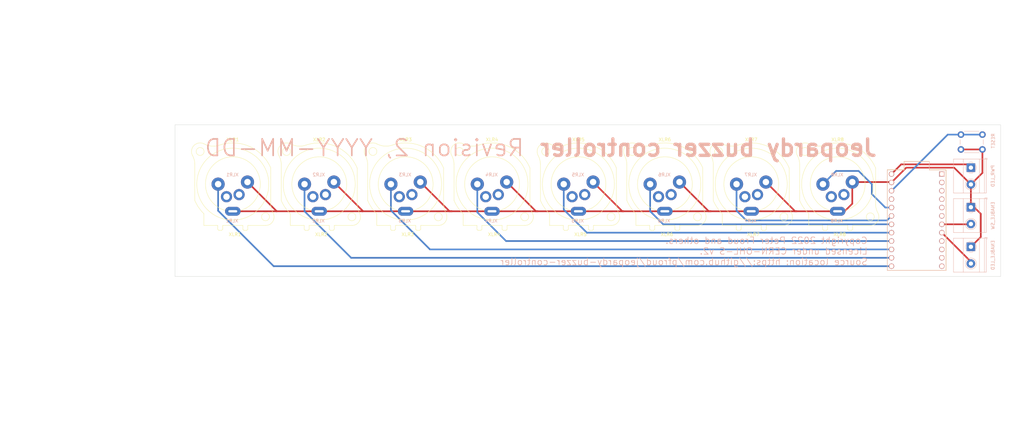
<source format=kicad_pcb>
(kicad_pcb (version 20211014) (generator pcbnew)
  (title_block (title "Jeopardy buzzer controller"))
  (layers (0 "F.Cu" signal) (31 "B.Cu" signal) (34 "B.Paste" user) (35 "F.Paste" user) (36 "B.SilkS" user "B.Silkscreen") (37 "F.SilkS" user "F.Silkscreen") (38 "B.Mask" user) (39 "F.Mask" user) (44 "Edge.Cuts" user))
  (net 0 "")
  (net 2 "GND")
  (net 4 "Net-(J11-Pad2)")
  (net 5 "Net-(J12-Pad2)")
  (net 6 "Net-(J13-Pad1)")
  (net 7 "Net-(SW1-Pad1)")
  (net 15 "/XLR1")
  (net 16 "/XLR2")
  (net 17 "/XLR3")
  (net 18 "/XLR4")
  (net 19 "/XLR5")
  (net 20 "/XLR6")
  (net 21 "/XLR7")
  (net 22 "/XLR8")
  (footprint "custom_xlr_footprint:Jack_XLR_Neutrik_NC4MBV_Vertical_with_bigger_holes" (layer "F.Cu") (at 158.541849 127)
    (fp_text reference "XLR4" (at 4.445 -13.5) (layer "F.SilkS"))
    (fp_text value "XLR4" hide)
    (fp_text user "${REFERENCE}" (at 4.313021 -2.857106 unlocked) (layer "B.SilkS") (effects (justify mirror)))
    (fp_text user "${REFERENCE}" (at 4.221702 11.114723 unlocked) (layer "B.SilkS") (effects (justify mirror)))
    (fp_text user "${REFERENCE}" (at 5.08 15.24 unlocked) (layer "F.SilkS"))
    (fp_line (start 15.94 6.18) (end 15.94 -4.9) (layer "F.SilkS") (width 0.12))
    (fp_line (start 1.09 14) (end 0.19 14) (layer "F.SilkS") (width 0.12))
    (fp_line (start -4.3 12.5) (end -4.3 8.98) (layer "F.SilkS") (width 0.12))
    (fp_line (start 9 13.7) (end 8.7 14) (layer "F.SilkS") (width 0.12))
    (fp_line (start -0.11 12.5) (end -0.11 13.7) (layer "F.SilkS") (width 0.12))
    (fp_line (start 14.45 12.5) (end 9 12.5) (layer "F.SilkS") (width 0.12))
    (fp_line (start 1.39 12.5) (end 1.39 13.7) (layer "F.SilkS") (width 0.12))
    (fp_line (start 7.5 12.5) (end 7.5 13.7) (layer "F.SilkS") (width 0.12))
    (fp_line (start 7.5 12.5) (end 1.39 12.5) (layer "F.SilkS") (width 0.12))
    (fp_line (start 7.5 13.7) (end 7.8 14) (layer "F.SilkS") (width 0.12))
    (fp_line (start 7.8 14) (end 8.7 14) (layer "F.SilkS") (width 0.12))
    (fp_line (start -7.05 -6.08) (end -7.05 4.95) (layer "F.SilkS") (width 0.12))
    (fp_line (start 9 12.5) (end 9 13.7) (layer "F.SilkS") (width 0.12))
    (fp_line (start -0.11 12.5) (end -4.3 12.5) (layer "F.SilkS") (width 0.12))
    (fp_line (start -0.11 13.7) (end 0.19 14) (layer "F.SilkS") (width 0.12))
    (fp_line (start 1.39 13.7) (end 1.09 14) (layer "F.SilkS") (width 0.12))
    (fp_arc (start 0.433843 -11.835383) (mid -1.946442 -11.543029) (end -4.25 -12.21) (layer "F.SilkS") (width 0.12))
    (fp_arc (start 0.441327 -11.837045) (mid 9.549963 -11.405454) (end 15.94 -4.9) (layer "F.SilkS") (width 0.12))
    (fp_arc (start -4.299846 8.975956) (mid -5.873184 7.098411) (end -7.05 4.95) (layer "F.SilkS") (width 0.12))
    (fp_arc (start 16.598286 8.654414) (mid 16.841335 10.672303) (end 15.56 12.25) (layer "F.SilkS") (width 0.12))
    (fp_arc (start 2.052708 7.939114) (mid 4.492606 -8.289797) (end 6.833341 7.953713) (layer "F.SilkS") (width 0.12))
    (fp_arc (start -7.729201 -8.641635) (mid -7.2465 -7.39876) (end -7.05 -6.08) (layer "F.SilkS") (width 0.12))
    (fp_arc (start 15.558668 12.251777) (mid 15.018058 12.437185) (end 14.45 12.5) (layer "F.SilkS") (width 0.12))
    (fp_arc (start -7.725637 -8.636048) (mid -7.316154 -11.714819) (end -4.25 -12.21) (layer "F.SilkS") (width 0.12))
    (fp_arc (start 16.596979 8.653179) (mid 16.135244 7.451985) (end 15.94 6.18) (layer "F.SilkS") (width 0.12))
    (fp_circle (center 4.445 0) (end 15.345 0) (layer "F.SilkS") (width 0.12) (fill none))
    (fp_circle (center 14.35 9.9) (end 15.55 9.9) (layer "F.SilkS") (width 0.12) (fill none))
    (fp_circle (center -5.45 -9.9) (end -4.25 -9.9) (layer "F.SilkS") (width 0.12) (fill none))
    (pad "1" thru_hole circle locked (at 0 0) (size 4 4) (drill 1.95) (layers *.Cu *.Mask) (net 18 "/XLR4"))
    (pad "2" thru_hole circle locked (at 2.54 3.81) (size 3.4 3.4) (drill 1.95) (layers *.Cu *.Mask))
    (pad "3" thru_hole circle locked (at 6.35 3.175) (size 3.4 3.4) (drill 1.95) (layers *.Cu *.Mask))
    (pad "4" thru_hole circle locked (at 8.89 -0.635) (size 4 4) (drill 1.95) (layers *.Cu *.Mask) (net 2 "GND"))
    (pad "G" thru_hole oval locked (at 4.445 8.225) (size 4.7 2.7) (drill oval 2.7 0.7) (layers *.Cu *.Mask) (net 2 "GND"))
  )
  (footprint "custom_xlr_footprint:Jack_XLR_Neutrik_NC4MBV_Vertical_with_bigger_holes" (layer "F.Cu") (at 80.048994 127)
    (fp_text reference "XLR1" (at 4.445 -13.5) (layer "F.SilkS"))
    (fp_text value "XLR1" hide)
    (fp_text user "${REFERENCE}" (at 4.221702 11.114723 unlocked) (layer "B.SilkS") (effects (justify mirror)))
    (fp_text user "${REFERENCE}" (at 4.313021 -2.857106 unlocked) (layer "B.SilkS") (effects (justify mirror)))
    (fp_text user "${REFERENCE}" (at 5.08 15.24 unlocked) (layer "F.SilkS"))
    (fp_line (start -0.11 12.5) (end -4.3 12.5) (layer "F.SilkS") (width 0.12))
    (fp_line (start -4.3 12.5) (end -4.3 8.98) (layer "F.SilkS") (width 0.12))
    (fp_line (start 15.94 6.18) (end 15.94 -4.9) (layer "F.SilkS") (width 0.12))
    (fp_line (start 9 13.7) (end 8.7 14) (layer "F.SilkS") (width 0.12))
    (fp_line (start -0.11 12.5) (end -0.11 13.7) (layer "F.SilkS") (width 0.12))
    (fp_line (start 7.5 13.7) (end 7.8 14) (layer "F.SilkS") (width 0.12))
    (fp_line (start 7.5 12.5) (end 7.5 13.7) (layer "F.SilkS") (width 0.12))
    (fp_line (start 9 12.5) (end 9 13.7) (layer "F.SilkS") (width 0.12))
    (fp_line (start 1.09 14) (end 0.19 14) (layer "F.SilkS") (width 0.12))
    (fp_line (start 7.5 12.5) (end 1.39 12.5) (layer "F.SilkS") (width 0.12))
    (fp_line (start 1.39 13.7) (end 1.09 14) (layer "F.SilkS") (width 0.12))
    (fp_line (start 14.45 12.5) (end 9 12.5) (layer "F.SilkS") (width 0.12))
    (fp_line (start 1.39 12.5) (end 1.39 13.7) (layer "F.SilkS") (width 0.12))
    (fp_line (start -7.05 -6.08) (end -7.05 4.95) (layer "F.SilkS") (width 0.12))
    (fp_line (start -0.11 13.7) (end 0.19 14) (layer "F.SilkS") (width 0.12))
    (fp_line (start 7.8 14) (end 8.7 14) (layer "F.SilkS") (width 0.12))
    (fp_arc (start 15.558668 12.251777) (mid 15.018058 12.437185) (end 14.45 12.5) (layer "F.SilkS") (width 0.12))
    (fp_arc (start 16.596979 8.653179) (mid 16.135244 7.451985) (end 15.94 6.18) (layer "F.SilkS") (width 0.12))
    (fp_arc (start 16.598286 8.654414) (mid 16.841335 10.672303) (end 15.56 12.25) (layer "F.SilkS") (width 0.12))
    (fp_arc (start -7.725637 -8.636048) (mid -7.316154 -11.714819) (end -4.25 -12.21) (layer "F.SilkS") (width 0.12))
    (fp_arc (start 0.433843 -11.835383) (mid -1.946442 -11.543029) (end -4.25 -12.21) (layer "F.SilkS") (width 0.12))
    (fp_arc (start -7.729201 -8.641635) (mid -7.2465 -7.39876) (end -7.05 -6.08) (layer "F.SilkS") (width 0.12))
    (fp_arc (start -4.299846 8.975956) (mid -5.873184 7.098411) (end -7.05 4.95) (layer "F.SilkS") (width 0.12))
    (fp_arc (start 2.052708 7.939114) (mid 4.492606 -8.289797) (end 6.833341 7.953713) (layer "F.SilkS") (width 0.12))
    (fp_arc (start 0.441327 -11.837045) (mid 9.549963 -11.405454) (end 15.94 -4.9) (layer "F.SilkS") (width 0.12))
    (fp_circle (center 14.35 9.9) (end 15.55 9.9) (layer "F.SilkS") (width 0.12) (fill none))
    (fp_circle (center 4.445 0) (end 15.345 0) (layer "F.SilkS") (width 0.12) (fill none))
    (fp_circle (center -5.45 -9.9) (end -4.25 -9.9) (layer "F.SilkS") (width 0.12) (fill none))
    (pad "1" thru_hole circle locked (at 0 0) (size 4 4) (drill 1.95) (layers *.Cu *.Mask) (net 15 "/XLR1"))
    (pad "2" thru_hole circle locked (at 2.54 3.81) (size 3.4 3.4) (drill 1.95) (layers *.Cu *.Mask))
    (pad "3" thru_hole circle locked (at 6.35 3.175) (size 3.4 3.4) (drill 1.95) (layers *.Cu *.Mask))
    (pad "4" thru_hole circle locked (at 8.89 -0.635) (size 4 4) (drill 1.95) (layers *.Cu *.Mask) (net 2 "GND"))
    (pad "G" thru_hole oval locked (at 4.445 8.225) (size 4.7 2.7) (drill oval 2.7 0.7) (layers *.Cu *.Mask) (net 2 "GND"))
  )
  (footprint "custom_xlr_footprint:Jack_XLR_Neutrik_NC4MBV_Vertical_with_bigger_holes" (layer "F.Cu") (at 210.870419 127)
    (fp_text reference "XLR6" (at 4.445 -13.5) (layer "F.SilkS"))
    (fp_text value "XLR6" hide)
    (fp_text user "${REFERENCE}" (at 4.313021 -2.857106 unlocked) (layer "B.SilkS") (effects (justify mirror)))
    (fp_text user "${REFERENCE}" (at 4.221702 11.114723 unlocked) (layer "B.SilkS") (effects (justify mirror)))
    (fp_text user "${REFERENCE}" (at 5.08 15.24 unlocked) (layer "F.SilkS"))
    (fp_line (start 15.94 6.18) (end 15.94 -4.9) (layer "F.SilkS") (width 0.12))
    (fp_line (start 9 12.5) (end 9 13.7) (layer "F.SilkS") (width 0.12))
    (fp_line (start -0.11 12.5) (end -0.11 13.7) (layer "F.SilkS") (width 0.12))
    (fp_line (start -0.11 13.7) (end 0.19 14) (layer "F.SilkS") (width 0.12))
    (fp_line (start 7.5 12.5) (end 7.5 13.7) (layer "F.SilkS") (width 0.12))
    (fp_line (start 1.09 14) (end 0.19 14) (layer "F.SilkS") (width 0.12))
    (fp_line (start 1.39 13.7) (end 1.09 14) (layer "F.SilkS") (width 0.12))
    (fp_line (start 7.8 14) (end 8.7 14) (layer "F.SilkS") (width 0.12))
    (fp_line (start -0.11 12.5) (end -4.3 12.5) (layer "F.SilkS") (width 0.12))
    (fp_line (start 9 13.7) (end 8.7 14) (layer "F.SilkS") (width 0.12))
    (fp_line (start -4.3 12.5) (end -4.3 8.98) (layer "F.SilkS") (width 0.12))
    (fp_line (start -7.05 -6.08) (end -7.05 4.95) (layer "F.SilkS") (width 0.12))
    (fp_line (start 1.39 12.5) (end 1.39 13.7) (layer "F.SilkS") (width 0.12))
    (fp_line (start 14.45 12.5) (end 9 12.5) (layer "F.SilkS") (width 0.12))
    (fp_line (start 7.5 12.5) (end 1.39 12.5) (layer "F.SilkS") (width 0.12))
    (fp_line (start 7.5 13.7) (end 7.8 14) (layer "F.SilkS") (width 0.12))
    (fp_arc (start 0.441327 -11.837045) (mid 9.549963 -11.405454) (end 15.94 -4.9) (layer "F.SilkS") (width 0.12))
    (fp_arc (start 16.598286 8.654414) (mid 16.841335 10.672303) (end 15.56 12.25) (layer "F.SilkS") (width 0.12))
    (fp_arc (start -4.299846 8.975956) (mid -5.873184 7.098411) (end -7.05 4.95) (layer "F.SilkS") (width 0.12))
    (fp_arc (start -7.725637 -8.636048) (mid -7.316154 -11.714819) (end -4.25 -12.21) (layer "F.SilkS") (width 0.12))
    (fp_arc (start 15.558668 12.251777) (mid 15.018058 12.437185) (end 14.45 12.5) (layer "F.SilkS") (width 0.12))
    (fp_arc (start 0.433843 -11.835383) (mid -1.946442 -11.543029) (end -4.25 -12.21) (layer "F.SilkS") (width 0.12))
    (fp_arc (start 16.596979 8.653179) (mid 16.135244 7.451985) (end 15.94 6.18) (layer "F.SilkS") (width 0.12))
    (fp_arc (start 2.052708 7.939114) (mid 4.492606 -8.289797) (end 6.833341 7.953713) (layer "F.SilkS") (width 0.12))
    (fp_arc (start -7.729201 -8.641635) (mid -7.2465 -7.39876) (end -7.05 -6.08) (layer "F.SilkS") (width 0.12))
    (fp_circle (center -5.45 -9.9) (end -4.25 -9.9) (layer "F.SilkS") (width 0.12) (fill none))
    (fp_circle (center 14.35 9.9) (end 15.55 9.9) (layer "F.SilkS") (width 0.12) (fill none))
    (fp_circle (center 4.445 0) (end 15.345 0) (layer "F.SilkS") (width 0.12) (fill none))
    (pad "1" thru_hole circle locked (at 0 0) (size 4 4) (drill 1.95) (layers *.Cu *.Mask) (net 20 "/XLR6"))
    (pad "2" thru_hole circle locked (at 2.54 3.81) (size 3.4 3.4) (drill 1.95) (layers *.Cu *.Mask))
    (pad "3" thru_hole circle locked (at 6.35 3.175) (size 3.4 3.4) (drill 1.95) (layers *.Cu *.Mask))
    (pad "4" thru_hole circle locked (at 8.89 -0.635) (size 4 4) (drill 1.95) (layers *.Cu *.Mask) (net 2 "GND"))
    (pad "G" thru_hole oval locked (at 4.445 8.225) (size 4.7 2.7) (drill oval 2.7 0.7) (layers *.Cu *.Mask) (net 2 "GND"))
  )
  (footprint "custom_xlr_footprint:Jack_XLR_Neutrik_NC4MBV_Vertical_with_bigger_holes" (layer "F.Cu") (at 132.377564 127)
    (fp_text reference "XLR3" (at 4.445 -13.5) (layer "F.SilkS"))
    (fp_text value "XLR3" hide)
    (fp_text user "${REFERENCE}" (at 4.313021 -2.857106 unlocked) (layer "B.SilkS") (effects (justify mirror)))
    (fp_text user "${REFERENCE}" (at 4.221702 11.114723 unlocked) (layer "B.SilkS") (effects (justify mirror)))
    (fp_text user "${REFERENCE}" (at 5.08 15.24 unlocked) (layer "F.SilkS"))
    (fp_line (start -4.3 12.5) (end -4.3 8.98) (layer "F.SilkS") (width 0.12))
    (fp_line (start -7.05 -6.08) (end -7.05 4.95) (layer "F.SilkS") (width 0.12))
    (fp_line (start -0.11 12.5) (end -0.11 13.7) (layer "F.SilkS") (width 0.12))
    (fp_line (start 1.39 12.5) (end 1.39 13.7) (layer "F.SilkS") (width 0.12))
    (fp_line (start 15.94 6.18) (end 15.94 -4.9) (layer "F.SilkS") (width 0.12))
    (fp_line (start 9 12.5) (end 9 13.7) (layer "F.SilkS") (width 0.12))
    (fp_line (start 14.45 12.5) (end 9 12.5) (layer "F.SilkS") (width 0.12))
    (fp_line (start 7.8 14) (end 8.7 14) (layer "F.SilkS") (width 0.12))
    (fp_line (start 7.5 12.5) (end 1.39 12.5) (layer "F.SilkS") (width 0.12))
    (fp_line (start 1.09 14) (end 0.19 14) (layer "F.SilkS") (width 0.12))
    (fp_line (start 7.5 12.5) (end 7.5 13.7) (layer "F.SilkS") (width 0.12))
    (fp_line (start 1.39 13.7) (end 1.09 14) (layer "F.SilkS") (width 0.12))
    (fp_line (start 9 13.7) (end 8.7 14) (layer "F.SilkS") (width 0.12))
    (fp_line (start -0.11 13.7) (end 0.19 14) (layer "F.SilkS") (width 0.12))
    (fp_line (start -0.11 12.5) (end -4.3 12.5) (layer "F.SilkS") (width 0.12))
    (fp_line (start 7.5 13.7) (end 7.8 14) (layer "F.SilkS") (width 0.12))
    (fp_arc (start 0.441327 -11.837045) (mid 9.549963 -11.405454) (end 15.94 -4.9) (layer "F.SilkS") (width 0.12))
    (fp_arc (start -7.725637 -8.636048) (mid -7.316154 -11.714819) (end -4.25 -12.21) (layer "F.SilkS") (width 0.12))
    (fp_arc (start 16.596979 8.653179) (mid 16.135244 7.451985) (end 15.94 6.18) (layer "F.SilkS") (width 0.12))
    (fp_arc (start 0.433843 -11.835383) (mid -1.946442 -11.543029) (end -4.25 -12.21) (layer "F.SilkS") (width 0.12))
    (fp_arc (start 15.558668 12.251777) (mid 15.018058 12.437185) (end 14.45 12.5) (layer "F.SilkS") (width 0.12))
    (fp_arc (start -7.729201 -8.641635) (mid -7.2465 -7.39876) (end -7.05 -6.08) (layer "F.SilkS") (width 0.12))
    (fp_arc (start -4.299846 8.975956) (mid -5.873184 7.098411) (end -7.05 4.95) (layer "F.SilkS") (width 0.12))
    (fp_arc (start 16.598286 8.654414) (mid 16.841335 10.672303) (end 15.56 12.25) (layer "F.SilkS") (width 0.12))
    (fp_arc (start 2.052708 7.939114) (mid 4.492606 -8.289797) (end 6.833341 7.953713) (layer "F.SilkS") (width 0.12))
    (fp_circle (center 4.445 0) (end 15.345 0) (layer "F.SilkS") (width 0.12) (fill none))
    (fp_circle (center -5.45 -9.9) (end -4.25 -9.9) (layer "F.SilkS") (width 0.12) (fill none))
    (fp_circle (center 14.35 9.9) (end 15.55 9.9) (layer "F.SilkS") (width 0.12) (fill none))
    (pad "1" thru_hole circle locked (at 0 0) (size 4 4) (drill 1.95) (layers *.Cu *.Mask) (net 17 "/XLR3"))
    (pad "2" thru_hole circle locked (at 2.54 3.81) (size 3.4 3.4) (drill 1.95) (layers *.Cu *.Mask))
    (pad "3" thru_hole circle locked (at 6.35 3.175) (size 3.4 3.4) (drill 1.95) (layers *.Cu *.Mask))
    (pad "4" thru_hole circle locked (at 8.89 -0.635) (size 4 4) (drill 1.95) (layers *.Cu *.Mask) (net 2 "GND"))
    (pad "G" thru_hole oval locked (at 4.445 8.225) (size 4.7 2.7) (drill oval 2.7 0.7) (layers *.Cu *.Mask) (net 2 "GND"))
  )
  (footprint "custom_xlr_footprint:Jack_XLR_Neutrik_NC4MBV_Vertical_with_bigger_holes" (layer "F.Cu") (at 237.034704 127)
    (fp_text reference "XLR7" (at 4.445 -13.5) (layer "F.SilkS"))
    (fp_text value "XLR7" hide)
    (fp_text user "${REFERENCE}" (at 4.221702 11.114723 unlocked) (layer "B.SilkS") (effects (justify mirror)))
    (fp_text user "${REFERENCE}" (at 4.313021 -2.857106 unlocked) (layer "B.SilkS") (effects (justify mirror)))
    (fp_text user "${REFERENCE}" (at 5.08 15.24 unlocked) (layer "F.SilkS"))
    (fp_line (start 9 12.5) (end 9 13.7) (layer "F.SilkS") (width 0.12))
    (fp_line (start 9 13.7) (end 8.7 14) (layer "F.SilkS") (width 0.12))
    (fp_line (start 1.09 14) (end 0.19 14) (layer "F.SilkS") (width 0.12))
    (fp_line (start 14.45 12.5) (end 9 12.5) (layer "F.SilkS") (width 0.12))
    (fp_line (start 1.39 13.7) (end 1.09 14) (layer "F.SilkS") (width 0.12))
    (fp_line (start -0.11 12.5) (end -4.3 12.5) (layer "F.SilkS") (width 0.12))
    (fp_line (start 7.5 12.5) (end 7.5 13.7) (layer "F.SilkS") (width 0.12))
    (fp_line (start 7.5 12.5) (end 1.39 12.5) (layer "F.SilkS") (width 0.12))
    (fp_line (start -0.11 12.5) (end -0.11 13.7) (layer "F.SilkS") (width 0.12))
    (fp_line (start 7.5 13.7) (end 7.8 14) (layer "F.SilkS") (width 0.12))
    (fp_line (start 7.8 14) (end 8.7 14) (layer "F.SilkS") (width 0.12))
    (fp_line (start -7.05 -6.08) (end -7.05 4.95) (layer "F.SilkS") (width 0.12))
    (fp_line (start 1.39 12.5) (end 1.39 13.7) (layer "F.SilkS") (width 0.12))
    (fp_line (start -4.3 12.5) (end -4.3 8.98) (layer "F.SilkS") (width 0.12))
    (fp_line (start -0.11 13.7) (end 0.19 14) (layer "F.SilkS") (width 0.12))
    (fp_line (start 15.94 6.18) (end 15.94 -4.9) (layer "F.SilkS") (width 0.12))
    (fp_arc (start -7.729201 -8.641635) (mid -7.2465 -7.39876) (end -7.05 -6.08) (layer "F.SilkS") (width 0.12))
    (fp_arc (start 15.558668 12.251777) (mid 15.018058 12.437185) (end 14.45 12.5) (layer "F.SilkS") (width 0.12))
    (fp_arc (start 16.596979 8.653179) (mid 16.135244 7.451985) (end 15.94 6.18) (layer "F.SilkS") (width 0.12))
    (fp_arc (start 16.598286 8.654414) (mid 16.841335 10.672303) (end 15.56 12.25) (layer "F.SilkS") (width 0.12))
    (fp_arc (start -4.299846 8.975956) (mid -5.873184 7.098411) (end -7.05 4.95) (layer "F.SilkS") (width 0.12))
    (fp_arc (start 0.433843 -11.835383) (mid -1.946442 -11.543029) (end -4.25 -12.21) (layer "F.SilkS") (width 0.12))
    (fp_arc (start 0.441327 -11.837045) (mid 9.549963 -11.405454) (end 15.94 -4.9) (layer "F.SilkS") (width 0.12))
    (fp_arc (start -7.725637 -8.636048) (mid -7.316154 -11.714819) (end -4.25 -12.21) (layer "F.SilkS") (width 0.12))
    (fp_arc (start 2.052708 7.939114) (mid 4.492606 -8.289797) (end 6.833341 7.953713) (layer "F.SilkS") (width 0.12))
    (fp_circle (center 4.445 0) (end 15.345 0) (layer "F.SilkS") (width 0.12) (fill none))
    (fp_circle (center 14.35 9.9) (end 15.55 9.9) (layer "F.SilkS") (width 0.12) (fill none))
    (fp_circle (center -5.45 -9.9) (end -4.25 -9.9) (layer "F.SilkS") (width 0.12) (fill none))
    (pad "1" thru_hole circle locked (at 0 0) (size 4 4) (drill 1.95) (layers *.Cu *.Mask) (net 21 "/XLR7"))
    (pad "2" thru_hole circle locked (at 2.54 3.81) (size 3.4 3.4) (drill 1.95) (layers *.Cu *.Mask))
    (pad "3" thru_hole circle locked (at 6.35 3.175) (size 3.4 3.4) (drill 1.95) (layers *.Cu *.Mask))
    (pad "4" thru_hole circle locked (at 8.89 -0.635) (size 4 4) (drill 1.95) (layers *.Cu *.Mask) (net 2 "GND"))
    (pad "G" thru_hole oval locked (at 4.445 8.225) (size 4.7 2.7) (drill oval 2.7 0.7) (layers *.Cu *.Mask) (net 2 "GND"))
  )
  (footprint "custom_xlr_footprint:Jack_XLR_Neutrik_NC4MBV_Vertical_with_bigger_holes" (layer "F.Cu") (at 263.198994 127)
    (fp_text reference "XLR8" (at 4.445 -13.5) (layer "F.SilkS"))
    (fp_text value "XLR8" hide)
    (fp_text user "${REFERENCE}" (at 4.221702 11.114723 unlocked) (layer "B.SilkS") (effects (justify mirror)))
    (fp_text user "${REFERENCE}" (at 4.313021 -2.857106 unlocked) (layer "B.SilkS") (effects (justify mirror)))
    (fp_text user "${REFERENCE}" (at 5.08 15.24 unlocked) (layer "F.SilkS"))
    (fp_line (start 1.09 14) (end 0.19 14) (layer "F.SilkS") (width 0.12))
    (fp_line (start -0.11 13.7) (end 0.19 14) (layer "F.SilkS") (width 0.12))
    (fp_line (start 1.39 13.7) (end 1.09 14) (layer "F.SilkS") (width 0.12))
    (fp_line (start 14.45 12.5) (end 9 12.5) (layer "F.SilkS") (width 0.12))
    (fp_line (start 9 13.7) (end 8.7 14) (layer "F.SilkS") (width 0.12))
    (fp_line (start 7.5 12.5) (end 7.5 13.7) (layer "F.SilkS") (width 0.12))
    (fp_line (start 7.5 13.7) (end 7.8 14) (layer "F.SilkS") (width 0.12))
    (fp_line (start 9 12.5) (end 9 13.7) (layer "F.SilkS") (width 0.12))
    (fp_line (start 15.94 6.18) (end 15.94 -4.9) (layer "F.SilkS") (width 0.12))
    (fp_line (start 1.39 12.5) (end 1.39 13.7) (layer "F.SilkS") (width 0.12))
    (fp_line (start -0.11 12.5) (end -4.3 12.5) (layer "F.SilkS") (width 0.12))
    (fp_line (start -7.05 -6.08) (end -7.05 4.95) (layer "F.SilkS") (width 0.12))
    (fp_line (start -0.11 12.5) (end -0.11 13.7) (layer "F.SilkS") (width 0.12))
    (fp_line (start -4.3 12.5) (end -4.3 8.98) (layer "F.SilkS") (width 0.12))
    (fp_line (start 7.5 12.5) (end 1.39 12.5) (layer "F.SilkS") (width 0.12))
    (fp_line (start 7.8 14) (end 8.7 14) (layer "F.SilkS") (width 0.12))
    (fp_arc (start 0.433843 -11.835383) (mid -1.946442 -11.543029) (end -4.25 -12.21) (layer "F.SilkS") (width 0.12))
    (fp_arc (start -7.729201 -8.641635) (mid -7.2465 -7.39876) (end -7.05 -6.08) (layer "F.SilkS") (width 0.12))
    (fp_arc (start 0.441327 -11.837045) (mid 9.549963 -11.405454) (end 15.94 -4.9) (layer "F.SilkS") (width 0.12))
    (fp_arc (start 2.052708 7.939114) (mid 4.492606 -8.289797) (end 6.833341 7.953713) (layer "F.SilkS") (width 0.12))
    (fp_arc (start 16.596979 8.653179) (mid 16.135244 7.451985) (end 15.94 6.18) (layer "F.SilkS") (width 0.12))
    (fp_arc (start 15.558668 12.251777) (mid 15.018058 12.437185) (end 14.45 12.5) (layer "F.SilkS") (width 0.12))
    (fp_arc (start 16.598286 8.654414) (mid 16.841335 10.672303) (end 15.56 12.25) (layer "F.SilkS") (width 0.12))
    (fp_arc (start -4.299846 8.975956) (mid -5.873184 7.098411) (end -7.05 4.95) (layer "F.SilkS") (width 0.12))
    (fp_arc (start -7.725637 -8.636048) (mid -7.316154 -11.714819) (end -4.25 -12.21) (layer "F.SilkS") (width 0.12))
    (fp_circle (center 14.35 9.9) (end 15.55 9.9) (layer "F.SilkS") (width 0.12) (fill none))
    (fp_circle (center 4.445 0) (end 15.345 0) (layer "F.SilkS") (width 0.12) (fill none))
    (fp_circle (center -5.45 -9.9) (end -4.25 -9.9) (layer "F.SilkS") (width 0.12) (fill none))
    (pad "1" thru_hole circle locked (at 0 0) (size 4 4) (drill 1.95) (layers *.Cu *.Mask) (net 22 "/XLR8"))
    (pad "2" thru_hole circle locked (at 2.54 3.81) (size 3.4 3.4) (drill 1.95) (layers *.Cu *.Mask))
    (pad "3" thru_hole circle locked (at 6.35 3.175) (size 3.4 3.4) (drill 1.95) (layers *.Cu *.Mask))
    (pad "4" thru_hole circle locked (at 8.89 -0.635) (size 4 4) (drill 1.95) (layers *.Cu *.Mask) (net 2 "GND"))
    (pad "G" thru_hole oval locked (at 4.445 8.225) (size 4.7 2.7) (drill oval 2.7 0.7) (layers *.Cu *.Mask) (net 2 "GND"))
  )
  (footprint "custom_xlr_footprint:Jack_XLR_Neutrik_NC4MBV_Vertical_with_bigger_holes" (layer "F.Cu") (at 184.706134 127)
    (fp_text reference "XLR5" (at 4.445 -13.5) (layer "F.SilkS"))
    (fp_text value "XLR5" hide)
    (fp_text user "${REFERENCE}" (at 4.313021 -2.857106 unlocked) (layer "B.SilkS") (effects (justify mirror)))
    (fp_text user "${REFERENCE}" (at 4.221702 11.114723 unlocked) (layer "B.SilkS") (effects (justify mirror)))
    (fp_text user "${REFERENCE}" (at 5.08 15.24 unlocked) (layer "F.SilkS"))
    (fp_line (start 9 13.7) (end 8.7 14) (layer "F.SilkS") (width 0.12))
    (fp_line (start 14.45 12.5) (end 9 12.5) (layer "F.SilkS") (width 0.12))
    (fp_line (start 15.94 6.18) (end 15.94 -4.9) (layer "F.SilkS") (width 0.12))
    (fp_line (start 1.39 12.5) (end 1.39 13.7) (layer "F.SilkS") (width 0.12))
    (fp_line (start 7.8 14) (end 8.7 14) (layer "F.SilkS") (width 0.12))
    (fp_line (start 1.09 14) (end 0.19 14) (layer "F.SilkS") (width 0.12))
    (fp_line (start 7.5 13.7) (end 7.8 14) (layer "F.SilkS") (width 0.12))
    (fp_line (start -7.05 -6.08) (end -7.05 4.95) (layer "F.SilkS") (width 0.12))
    (fp_line (start 7.5 12.5) (end 7.5 13.7) (layer "F.SilkS") (width 0.12))
    (fp_line (start -4.3 12.5) (end -4.3 8.98) (layer "F.SilkS") (width 0.12))
    (fp_line (start 9 12.5) (end 9 13.7) (layer "F.SilkS") (width 0.12))
    (fp_line (start 7.5 12.5) (end 1.39 12.5) (layer "F.SilkS") (width 0.12))
    (fp_line (start -0.11 12.5) (end -4.3 12.5) (layer "F.SilkS") (width 0.12))
    (fp_line (start -0.11 13.7) (end 0.19 14) (layer "F.SilkS") (width 0.12))
    (fp_line (start -0.11 12.5) (end -0.11 13.7) (layer "F.SilkS") (width 0.12))
    (fp_line (start 1.39 13.7) (end 1.09 14) (layer "F.SilkS") (width 0.12))
    (fp_arc (start -4.299846 8.975956) (mid -5.873184 7.098411) (end -7.05 4.95) (layer "F.SilkS") (width 0.12))
    (fp_arc (start 0.433843 -11.835383) (mid -1.946442 -11.543029) (end -4.25 -12.21) (layer "F.SilkS") (width 0.12))
    (fp_arc (start 15.558668 12.251777) (mid 15.018058 12.437185) (end 14.45 12.5) (layer "F.SilkS") (width 0.12))
    (fp_arc (start -7.729201 -8.641635) (mid -7.2465 -7.39876) (end -7.05 -6.08) (layer "F.SilkS") (width 0.12))
    (fp_arc (start 2.052708 7.939114) (mid 4.492606 -8.289797) (end 6.833341 7.953713) (layer "F.SilkS") (width 0.12))
    (fp_arc (start 16.598286 8.654414) (mid 16.841335 10.672303) (end 15.56 12.25) (layer "F.SilkS") (width 0.12))
    (fp_arc (start -7.725637 -8.636048) (mid -7.316154 -11.714819) (end -4.25 -12.21) (layer "F.SilkS") (width 0.12))
    (fp_arc (start 16.596979 8.653179) (mid 16.135244 7.451985) (end 15.94 6.18) (layer "F.SilkS") (width 0.12))
    (fp_arc (start 0.441327 -11.837045) (mid 9.549963 -11.405454) (end 15.94 -4.9) (layer "F.SilkS") (width 0.12))
    (fp_circle (center 14.35 9.9) (end 15.55 9.9) (layer "F.SilkS") (width 0.12) (fill none))
    (fp_circle (center 4.445 0) (end 15.345 0) (layer "F.SilkS") (width 0.12) (fill none))
    (fp_circle (center -5.45 -9.9) (end -4.25 -9.9) (layer "F.SilkS") (width 0.12) (fill none))
    (pad "1" thru_hole circle locked (at 0 0) (size 4 4) (drill 1.95) (layers *.Cu *.Mask) (net 19 "/XLR5"))
    (pad "2" thru_hole circle locked (at 2.54 3.81) (size 3.4 3.4) (drill 1.95) (layers *.Cu *.Mask))
    (pad "3" thru_hole circle locked (at 6.35 3.175) (size 3.4 3.4) (drill 1.95) (layers *.Cu *.Mask))
    (pad "4" thru_hole circle locked (at 8.89 -0.635) (size 4 4) (drill 1.95) (layers *.Cu *.Mask) (net 2 "GND"))
    (pad "G" thru_hole oval locked (at 4.445 8.225) (size 4.7 2.7) (drill oval 2.7 0.7) (layers *.Cu *.Mask) (net 2 "GND"))
  )
  (footprint "custom_xlr_footprint:Jack_XLR_Neutrik_NC4MBV_Vertical_with_bigger_holes" (layer "F.Cu") (at 106.213279 127)
    (fp_text reference "XLR2" (at 4.445 -13.5) (layer "F.SilkS"))
    (fp_text value "XLR2" hide)
    (fp_text user "${REFERENCE}" (at 4.313021 -2.857106 unlocked) (layer "B.SilkS") (effects (justify mirror)))
    (fp_text user "${REFERENCE}" (at 4.221702 11.114723 unlocked) (layer "B.SilkS") (effects (justify mirror)))
    (fp_text user "${REFERENCE}" (at 5.08 15.24 unlocked) (layer "F.SilkS"))
    (fp_line (start 9 13.7) (end 8.7 14) (layer "F.SilkS") (width 0.12))
    (fp_line (start 7.8 14) (end 8.7 14) (layer "F.SilkS") (width 0.12))
    (fp_line (start 1.39 12.5) (end 1.39 13.7) (layer "F.SilkS") (width 0.12))
    (fp_line (start -7.05 -6.08) (end -7.05 4.95) (layer "F.SilkS") (width 0.12))
    (fp_line (start 9 12.5) (end 9 13.7) (layer "F.SilkS") (width 0.12))
    (fp_line (start 7.5 13.7) (end 7.8 14) (layer "F.SilkS") (width 0.12))
    (fp_line (start -0.11 12.5) (end -0.11 13.7) (layer "F.SilkS") (width 0.12))
    (fp_line (start -0.11 13.7) (end 0.19 14) (layer "F.SilkS") (width 0.12))
    (fp_line (start 7.5 12.5) (end 1.39 12.5) (layer "F.SilkS") (width 0.12))
    (fp_line (start -4.3 12.5) (end -4.3 8.98) (layer "F.SilkS") (width 0.12))
    (fp_line (start 14.45 12.5) (end 9 12.5) (layer "F.SilkS") (width 0.12))
    (fp_line (start 1.39 13.7) (end 1.09 14) (layer "F.SilkS") (width 0.12))
    (fp_line (start -0.11 12.5) (end -4.3 12.5) (layer "F.SilkS") (width 0.12))
    (fp_line (start 15.94 6.18) (end 15.94 -4.9) (layer "F.SilkS") (width 0.12))
    (fp_line (start 7.5 12.5) (end 7.5 13.7) (layer "F.SilkS") (width 0.12))
    (fp_line (start 1.09 14) (end 0.19 14) (layer "F.SilkS") (width 0.12))
    (fp_arc (start -7.725637 -8.636048) (mid -7.316154 -11.714819) (end -4.25 -12.21) (layer "F.SilkS") (width 0.12))
    (fp_arc (start 16.598286 8.654414) (mid 16.841335 10.672303) (end 15.56 12.25) (layer "F.SilkS") (width 0.12))
    (fp_arc (start 0.441327 -11.837045) (mid 9.549963 -11.405454) (end 15.94 -4.9) (layer "F.SilkS") (width 0.12))
    (fp_arc (start -4.299846 8.975956) (mid -5.873184 7.098411) (end -7.05 4.95) (layer "F.SilkS") (width 0.12))
    (fp_arc (start 16.596979 8.653179) (mid 16.135244 7.451985) (end 15.94 6.18) (layer "F.SilkS") (width 0.12))
    (fp_arc (start -7.729201 -8.641635) (mid -7.2465 -7.39876) (end -7.05 -6.08) (layer "F.SilkS") (width 0.12))
    (fp_arc (start 2.052708 7.939114) (mid 4.492606 -8.289797) (end 6.833341 7.953713) (layer "F.SilkS") (width 0.12))
    (fp_arc (start 15.558668 12.251777) (mid 15.018058 12.437185) (end 14.45 12.5) (layer "F.SilkS") (width 0.12))
    (fp_arc (start 0.433843 -11.835383) (mid -1.946442 -11.543029) (end -4.25 -12.21) (layer "F.SilkS") (width 0.12))
    (fp_circle (center 4.445 0) (end 15.345 0) (layer "F.SilkS") (width 0.12) (fill none))
    (fp_circle (center -5.45 -9.9) (end -4.25 -9.9) (layer "F.SilkS") (width 0.12) (fill none))
    (fp_circle (center 14.35 9.9) (end 15.55 9.9) (layer "F.SilkS") (width 0.12) (fill none))
    (pad "1" thru_hole circle locked (at 0 0) (size 4 4) (drill 1.95) (layers *.Cu *.Mask) (net 16 "/XLR2"))
    (pad "2" thru_hole circle locked (at 2.54 3.81) (size 3.4 3.4) (drill 1.95) (layers *.Cu *.Mask))
    (pad "3" thru_hole circle locked (at 6.35 3.175) (size 3.4 3.4) (drill 1.95) (layers *.Cu *.Mask))
    (pad "4" thru_hole circle locked (at 8.89 -0.635) (size 4 4) (drill 1.95) (layers *.Cu *.Mask) (net 2 "GND"))
    (pad "G" thru_hole oval locked (at 4.445 8.225) (size 4.7 2.7) (drill oval 2.7 0.7) (layers *.Cu *.Mask) (net 2 "GND"))
  )
  (footprint "Arduino_Pro_Micro:ProMicro" (layer "B.Cu") (at 291.583118 137.900579 -90)
    (fp_text reference "U1" hide)
    (fp_text value "Arduino Pro Micro")
    (fp_line (start -15.24 8.89) (end 15.24 8.89) (layer "B.SilkS") (width 0.15))
    (fp_line (start -15.24 -3.81) (end -17.78 -3.81) (layer "B.SilkS") (width 0.15))
    (fp_line (start 15.24 8.89) (end 15.24 -8.89) (layer "B.SilkS") (width 0.15))
    (fp_line (start -15.24 -8.89) (end 15.24 -8.89) (layer "B.SilkS") (width 0.15))
    (fp_line (start -15.24 3.81) (end -15.24 8.89) (layer "B.SilkS") (width 0.15))
    (fp_line (start -17.78 -3.81) (end -17.78 3.81) (layer "B.SilkS") (width 0.15))
    (fp_line (start -17.78 3.81) (end -15.24 3.81) (layer "B.SilkS") (width 0.15))
    (fp_line (start -15.24 -8.89) (end -15.24 -3.81) (layer "B.SilkS") (width 0.15))
    (fp_line (start -17.78 3.81) (end -15.24 3.81) (layer "F.SilkS") (width 0.15))
    (fp_line (start -15.24 3.81) (end -15.24 8.89) (layer "F.SilkS") (width 0.15))
    (fp_line (start -17.78 -3.81) (end -17.78 3.81) (layer "F.SilkS") (width 0.15))
    (fp_line (start -15.24 -3.81) (end -17.78 -3.81) (layer "F.SilkS") (width 0.15))
    (fp_line (start -15.24 8.89) (end 15.24 8.89) (layer "F.SilkS") (width 0.15))
    (fp_line (start -15.24 -8.89) (end -15.24 -3.81) (layer "F.SilkS") (width 0.15))
    (fp_line (start 15.24 -8.89) (end -15.24 -8.89) (layer "F.SilkS") (width 0.15))
    (fp_line (start 15.24 8.89) (end 15.24 -8.89) (layer "F.SilkS") (width 0.15))
    (pad "1" thru_hole rect locked (at -13.97 -7.62 270) (size 1.6 1.6) (drill 1.1) (layers *.Cu *.Mask "B.SilkS"))
    (pad "2" thru_hole circle locked (at -11.43 -7.62 270) (size 1.6 1.6) (drill 1.1) (layers *.Cu *.Mask "B.SilkS"))
    (pad "3" thru_hole circle locked (at -8.89 -7.62 270) (size 1.6 1.6) (drill 1.1) (layers *.Cu *.Mask "B.SilkS"))
    (pad "4" thru_hole circle locked (at -6.35 -7.62 270) (size 1.6 1.6) (drill 1.1) (layers *.Cu *.Mask "B.SilkS"))
    (pad "5" thru_hole circle locked (at -3.81 -7.62 270) (size 1.6 1.6) (drill 1.1) (layers *.Cu *.Mask "B.SilkS"))
    (pad "6" thru_hole circle locked (at -1.27 -7.62 270) (size 1.6 1.6) (drill 1.1) (layers *.Cu *.Mask "B.SilkS"))
    (pad "7" thru_hole circle locked (at 1.27 -7.62 270) (size 1.6 1.6) (drill 1.1) (layers *.Cu *.Mask "B.SilkS") (net 4 "Net-(J11-Pad2)"))
    (pad "8" thru_hole circle locked (at 3.81 -7.62 270) (size 1.6 1.6) (drill 1.1) (layers *.Cu *.Mask "B.SilkS") (net 5 "Net-(J12-Pad2)"))
    (pad "9" thru_hole circle locked (at 6.35 -7.62 270) (size 1.6 1.6) (drill 1.1) (layers *.Cu *.Mask "B.SilkS"))
    (pad "10" thru_hole circle locked (at 8.89 -7.62 270) (size 1.6 1.6) (drill 1.1) (layers *.Cu *.Mask "B.SilkS"))
    (pad "11" thru_hole circle locked (at 11.43 -7.62 270) (size 1.6 1.6) (drill 1.1) (layers *.Cu *.Mask "B.SilkS"))
    (pad "12" thru_hole circle locked (at 13.97 -7.62 270) (size 1.6 1.6) (drill 1.1) (layers *.Cu *.Mask "B.SilkS"))
    (pad "13" thru_hole circle locked (at 13.97 7.62 270) (size 1.6 1.6) (drill 1.1) (layers *.Cu *.Mask "B.SilkS") (net 15 "/XLR1"))
    (pad "14" thru_hole circle locked (at 11.43 7.62 270) (size 1.6 1.6) (drill 1.1) (layers *.Cu *.Mask "B.SilkS") (net 16 "/XLR2"))
    (pad "15" thru_hole circle locked (at 8.89 7.62 270) (size 1.6 1.6) (drill 1.1) (layers *.Cu *.Mask "B.SilkS") (net 17 "/XLR3"))
    (pad "16" thru_hole circle locked (at 6.35 7.62 270) (size 1.6 1.6) (drill 1.1) (layers *.Cu *.Mask "B.SilkS") (net 18 "/XLR4"))
    (pad "17" thru_hole circle locked (at 3.81 7.62 270) (size 1.6 1.6) (drill 1.1) (layers *.Cu *.Mask "B.SilkS") (net 19 "/XLR5"))
    (pad "18" thru_hole circle locked (at 1.27 7.62 270) (size 1.6 1.6) (drill 1.1) (layers *.Cu *.Mask "B.SilkS") (net 20 "/XLR6"))
    (pad "19" thru_hole circle locked (at -1.27 7.62 270) (size 1.6 1.6) (drill 1.1) (layers *.Cu *.Mask "B.SilkS") (net 21 "/XLR7"))
    (pad "20" thru_hole circle locked (at -3.81 7.62 270) (size 1.6 1.6) (drill 1.1) (layers *.Cu *.Mask "B.SilkS") (net 22 "/XLR8"))
    (pad "21" thru_hole circle locked (at -6.35 7.62 270) (size 1.6 1.6) (drill 1.1) (layers *.Cu *.Mask "B.SilkS"))
    (pad "22" thru_hole circle locked (at -8.89 7.62 270) (size 1.6 1.6) (drill 1.1) (layers *.Cu *.Mask "B.SilkS") (net 7 "Net-(SW1-Pad1)"))
    (pad "23" thru_hole circle locked (at -11.43 7.62 270) (size 1.6 1.6) (drill 1.1) (layers *.Cu *.Mask "B.SilkS") (net 2 "GND"))
    (pad "24" thru_hole circle locked (at -13.97 7.62 270) (size 1.6 1.6) (drill 1.1) (layers *.Cu *.Mask "B.SilkS") (net 6 "Net-(J13-Pad1)"))
  )
  (footprint "Button_Switch_THT:SW_PUSH_6mm" (layer "B.Cu") (at 311.490834 111.978069 180)
    (fp_text reference "SW1" hide)
    (fp_text value "RESET" (at -3.25 -1.928069 90) (layer "B.SilkS") (effects (justify mirror)))
    (fp_line (start 6.75 -3) (end 6.75 -1.5) (layer "B.SilkS") (width 0.12))
    (fp_line (start 1 -5.5) (end 5.5 -5.5) (layer "B.SilkS") (width 0.12))
    (fp_line (start 5.5 1) (end 1 1) (layer "B.SilkS") (width 0.12))
    (fp_line (start -0.25 -1.5) (end -0.25 -3) (layer "B.SilkS") (width 0.12))
    (pad "1" thru_hole circle (at 0 0 90) (size 2 2) (drill 1.1) (layers *.Cu *.Mask) (net 7 "Net-(SW1-Pad1)"))
    (pad "1" thru_hole circle (at 6.5 0 90) (size 2 2) (drill 1.1) (layers *.Cu *.Mask) (net 7 "Net-(SW1-Pad1)"))
    (pad "2" thru_hole circle (at 0 -4.5 90) (size 2 2) (drill 1.1) (layers *.Cu *.Mask) (net 2 "GND"))
    (pad "2" thru_hole circle (at 6.5 -4.5 90) (size 2 2) (drill 1.1) (layers *.Cu *.Mask) (net 2 "GND"))
  )
  (footprint "TerminalBlock_Phoenix:TerminalBlock_Phoenix_MKDS-1,5-2-5.08_1x02_P5.08mm_Horizontal" (layer "B.Cu") (at 308 146 -90)
    (fp_text reference "J12" hide)
    (fp_text value "ENABLE_LED" (at 2.54 -6.66 90 unlocked) (layer "B.SilkS") (effects (justify mirror)))
    (fp_line (start 7.68 5.261) (end 7.68 -4.66) (layer "B.SilkS") (width 0.12))
    (fp_line (start 4.046 -1.239) (end 4.011 -1.274) (layer "B.SilkS") (width 0.12))
    (fp_line (start -2.6 5.261) (end -2.6 -4.66) (layer "B.SilkS") (width 0.12))
    (fp_line (start -2.6 -4.66) (end 7.68 -4.66) (layer "B.SilkS") (width 0.12))
    (fp_line (start -2.6 2.301) (end 7.68 2.301) (layer "B.SilkS") (width 0.12))
    (fp_line (start 6.15 1.275) (end 6.115 1.239) (layer "B.SilkS") (width 0.12))
    (fp_line (start 6.355 1.069) (end 6.308 1.023) (layer "B.SilkS") (width 0.12))
    (fp_line (start -2.6 -4.1) (end 7.68 -4.1) (layer "B.SilkS") (width 0.12))
    (fp_line (start -2.6 5.261) (end 7.68 5.261) (layer "B.SilkS") (width 0.12))
    (fp_line (start 3.853 -1.023) (end 3.806 -1.069) (layer "B.SilkS") (width 0.12))
    (fp_line (start -2.84 -4.16) (end -2.84 -4.9) (layer "B.SilkS") (width 0.12))
    (fp_line (start -2.6 -2.6) (end 7.68 -2.6) (layer "B.SilkS") (width 0.12))
    (fp_line (start -2.84 -4.9) (end -2.34 -4.9) (layer "B.SilkS") (width 0.12))
    (fp_arc (start 1.535 -0.684) (mid 1.6805 -0.000524) (end 1.535427 0.683042) (layer "B.SilkS") (width 0.12))
    (fp_arc (start 0.684 1.535) (mid 0.000524 1.680501) (end -0.683042 1.535427) (layer "B.SilkS") (width 0.12))
    (fp_arc (start -0.684 -1.535) (mid -0.335551 -1.646659) (end 0.028805 -1.680253) (layer "B.SilkS") (width 0.12))
    (fp_arc (start -1.535 0.684) (mid -1.680501 0.000524) (end -1.535427 -0.683042) (layer "B.SilkS") (width 0.12))
    (fp_arc (start 0 -1.68) (mid 0.349292 -1.643288) (end 0.683318 -1.534756) (layer "B.SilkS") (width 0.12))
    (fp_circle (center 5.08 0) (end 6.76 0) (layer "B.SilkS") (width 0.12) (fill none))
    (pad "1" thru_hole rect (at 0 0 270) (size 2.6 2.6) (drill 1.3) (layers *.Cu *.Mask) (net 2 "GND"))
    (pad "2" thru_hole circle (at 5.08 0 270) (size 2.6 2.6) (drill 1.3) (layers *.Cu *.Mask) (net 5 "Net-(J12-Pad2)"))
  )
  (footprint "TerminalBlock_Phoenix:TerminalBlock_Phoenix_MKDS-1,5-2-5.08_1x02_P5.08mm_Horizontal" (layer "B.Cu") (at 308 122 -90)
    (fp_text reference "J13" hide)
    (fp_text value "PWR_LED" (at 2.54 -6.66 90) (layer "B.SilkS") (effects (justify mirror)))
    (fp_line (start -2.6 5.261) (end 7.68 5.261) (layer "B.SilkS") (width 0.12))
    (fp_line (start -2.6 5.261) (end -2.6 -4.66) (layer "B.SilkS") (width 0.12))
    (fp_line (start -2.84 -4.9) (end -2.34 -4.9) (layer "B.SilkS") (width 0.12))
    (fp_line (start 3.853 -1.023) (end 3.806 -1.069) (layer "B.SilkS") (width 0.12))
    (fp_line (start 6.15 1.275) (end 6.115 1.239) (layer "B.SilkS") (width 0.12))
    (fp_line (start 7.68 5.261) (end 7.68 -4.66) (layer "B.SilkS") (width 0.12))
    (fp_line (start -2.6 -2.6) (end 7.68 -2.6) (layer "B.SilkS") (width 0.12))
    (fp_line (start -2.6 2.301) (end 7.68 2.301) (layer "B.SilkS") (width 0.12))
    (fp_line (start -2.6 -4.66) (end 7.68 -4.66) (layer "B.SilkS") (width 0.12))
    (fp_line (start 6.355 1.069) (end 6.308 1.023) (layer "B.SilkS") (width 0.12))
    (fp_line (start 4.046 -1.239) (end 4.011 -1.274) (layer "B.SilkS") (width 0.12))
    (fp_line (start -2.84 -4.16) (end -2.84 -4.9) (layer "B.SilkS") (width 0.12))
    (fp_line (start -2.6 -4.1) (end 7.68 -4.1) (layer "B.SilkS") (width 0.12))
    (fp_arc (start -1.535 0.684) (mid -1.680501 0.000524) (end -1.535427 -0.683042) (layer "B.SilkS") (width 0.12))
    (fp_arc (start -0.684 -1.535) (mid -0.335551 -1.646659) (end 0.028805 -1.680253) (layer "B.SilkS") (width 0.12))
    (fp_arc (start 0 -1.68) (mid 0.349292 -1.643288) (end 0.683318 -1.534756) (layer "B.SilkS") (width 0.12))
    (fp_arc (start 0.684 1.535) (mid 0.000524 1.680501) (end -0.683042 1.535427) (layer "B.SilkS") (width 0.12))
    (fp_arc (start 1.535 -0.684) (mid 1.6805 -0.000524) (end 1.535427 0.683042) (layer "B.SilkS") (width 0.12))
    (fp_circle (center 5.08 0) (end 6.76 0) (layer "B.SilkS") (width 0.12) (fill none))
    (pad "1" thru_hole rect (at 0 0 270) (size 2.6 2.6) (drill 1.3) (layers *.Cu *.Mask) (net 6 "Net-(J13-Pad1)"))
    (pad "2" thru_hole circle (at 5.08 0 270) (size 2.6 2.6) (drill 1.3) (layers *.Cu *.Mask) (net 2 "GND"))
  )
  (footprint "TerminalBlock_Phoenix:TerminalBlock_Phoenix_MKDS-1,5-2-5.08_1x02_P5.08mm_Horizontal" (layer "B.Cu") (at 308 134 -90)
    (fp_text reference "J11" hide)
    (fp_text value "ENABLE_SW" (at 2.54 -6.66 90 unlocked) (layer "B.SilkS") (effects (justify mirror)))
    (fp_line (start -2.84 -4.9) (end -2.34 -4.9) (layer "B.SilkS") (width 0.12))
    (fp_line (start -2.6 5.261) (end -2.6 -4.66) (layer "B.SilkS") (width 0.12))
    (fp_line (start -2.6 5.261) (end 7.68 5.261) (layer "B.SilkS") (width 0.12))
    (fp_line (start 3.853 -1.023) (end 3.806 -1.069) (layer "B.SilkS") (width 0.12))
    (fp_line (start -2.6 -4.1) (end 7.68 -4.1) (layer "B.SilkS") (width 0.12))
    (fp_line (start 7.68 5.261) (end 7.68 -4.66) (layer "B.SilkS") (width 0.12))
    (fp_line (start 6.355 1.069) (end 6.308 1.023) (layer "B.SilkS") (width 0.12))
    (fp_line (start 6.15 1.275) (end 6.115 1.239) (layer "B.SilkS") (width 0.12))
    (fp_line (start -2.6 2.301) (end 7.68 2.301) (layer "B.SilkS") (width 0.12))
    (fp_line (start -2.6 -4.66) (end 7.68 -4.66) (layer "B.SilkS") (width 0.12))
    (fp_line (start -2.84 -4.16) (end -2.84 -4.9) (layer "B.SilkS") (width 0.12))
    (fp_line (start -2.6 -2.6) (end 7.68 -2.6) (layer "B.SilkS") (width 0.12))
    (fp_line (start 4.046 -1.239) (end 4.011 -1.274) (layer "B.SilkS") (width 0.12))
    (fp_arc (start 0 -1.68) (mid 0.349292 -1.643288) (end 0.683318 -1.534756) (layer "B.SilkS") (width 0.12))
    (fp_arc (start -1.535 0.684) (mid -1.680501 0.000524) (end -1.535427 -0.683042) (layer "B.SilkS") (width 0.12))
    (fp_arc (start 0.684 1.535) (mid 0.000524 1.680501) (end -0.683042 1.535427) (layer "B.SilkS") (width 0.12))
    (fp_arc (start 1.535 -0.684) (mid 1.6805 -0.000524) (end 1.535427 0.683042) (layer "B.SilkS") (width 0.12))
    (fp_arc (start -0.684 -1.535) (mid -0.335551 -1.646659) (end 0.028805 -1.680253) (layer "B.SilkS") (width 0.12))
    (fp_circle (center 5.08 0) (end 6.76 0) (layer "B.SilkS") (width 0.12) (fill none))
    (pad "1" thru_hole rect (at 0 0 270) (size 2.6 2.6) (drill 1.3) (layers *.Cu *.Mask) (net 2 "GND"))
    (pad "2" thru_hole circle (at 5.08 0 270) (size 2.6 2.6) (drill 1.3) (layers *.Cu *.Mask) (net 4 "Net-(J11-Pad2)"))
  )
  (gr_rect (start 67 109) (end 317 155) (layer "Edge.Cuts") (width 0.1) (fill none))
  (gr_text "Jeopardy buzzer controller" (at 280 116) (layer "B.SilkS") (effects (font (size 5 5) (thickness 1)) (justify left mirror)))
  (gr_text "Copyright 2022 Peter Froud and others.\nLicensed under CERN-OHL-S v2.\nSource location: https://github.com/pfroud/jeopardy-buzzer-controller" (at 276.86 147.32) (layer "B.SilkS") (effects (font (size 2 2) (thickness 0.2)) (justify left mirror)))
  (gr_text "Revision 2, YYYY-MM-DD" (at 173 116) (layer "B.SilkS") (effects (font (size 5 5) (thickness 0.5)) (justify left mirror)))
  (segment (start 88.938994 126.365) (end 97.775 135.201006) (width 0.5) (layer "F.Cu") (net 2))
  (segment (start 288.433697 122) (end 283.963118 126.470579) (width 0.5) (layer "F.Cu") (net 2))
  (segment (start 311.490834 116.478069) (end 304.990834 116.478069) (width 0.5) (layer "F.Cu") (net 2))
  (segment (start 202.775 135.225) (end 215.315419 135.225) (width 0.5) (layer "F.Cu") (net 2))
  (segment (start 97.775 135.225) (end 110.658279 135.225) (width 0.5) (layer "F.Cu") (net 2))
  (segment (start 136.822564 135.225) (end 150.775 135.225) (width 0.5) (layer "F.Cu") (net 2))
  (segment (start 229.225 135.225) (end 241.479704 135.225) (width 0.5) (layer "F.Cu") (net 2))
  (segment (start 308 146) (end 311 143) (width 0.5) (layer "F.Cu") (net 2))
  (segment (start 245.924704 126.365) (end 254.784704 135.225) (width 0.5) (layer "F.Cu") (net 2))
  (segment (start 308 127.08) (end 302.92 122) (width 0.5) (layer "F.Cu") (net 2))
  (segment (start 110.658279 135.225) (end 123.775 135.225) (width 0.5) (layer "F.Cu") (net 2))
  (segment (start 123.775 135.036721) (end 123.775 135.225) (width 0.5) (layer "F.Cu") (net 2))
  (segment (start 150.775 135.225) (end 162.986849 135.225) (width 0.5) (layer "F.Cu") (net 2))
  (segment (start 202.456134 135.225) (end 202.775 135.225) (width 0.5) (layer "F.Cu") (net 2))
  (segment (start 162.986849 135.225) (end 176.775 135.225) (width 0.5) (layer "F.Cu") (net 2))
  (segment (start 84.493994 135.225) (end 97.775 135.225) (width 0.5) (layer "F.Cu") (net 2))
  (segment (start 254.784704 135.225) (end 255.225 135.225) (width 0.5) (layer "F.Cu") (net 2))
  (segment (start 302.92 122) (end 288.433697 122) (width 0.5) (layer "F.Cu") (net 2))
  (segment (start 97.775 135.201006) (end 97.775 135.225) (width 0.5) (layer "F.Cu") (net 2))
  (segment (start 189.151134 135.225) (end 202.775 135.225) (width 0.5) (layer "F.Cu") (net 2))
  (segment (start 115.103279 126.365) (end 123.775 135.036721) (width 0.5) (layer "F.Cu") (net 2))
  (segment (start 215.315419 135.225) (end 229.225 135.225) (width 0.5) (layer "F.Cu") (net 2))
  (segment (start 176.775 135.225) (end 189.151134 135.225) (width 0.5) (layer "F.Cu") (net 2))
  (segment (start 311 136) (end 309 134) (width 0.5) (layer "F.Cu") (net 2))
  (segment (start 267.643994 135.225) (end 269.775 135.225) (width 0.5) (layer "F.Cu") (net 2))
  (segment (start 219.760419 126.365) (end 228.620419 135.225) (width 0.5) (layer "F.Cu") (net 2))
  (segment (start 272.088994 132.911006) (end 272.088994 126.365) (width 0.5) (layer "F.Cu") (net 2))
  (segment (start 308 127.08) (end 311.490834 123.589166) (width 0.5) (layer "F.Cu") (net 2))
  (segment (start 311 143) (end 311 136) (width 0.5) (layer "F.Cu") (net 2))
  (segment (start 167.431849 126.365) (end 176.291849 135.225) (width 0.5) (layer "F.Cu") (net 2))
  (segment (start 123.775 135.225) (end 136.822564 135.225) (width 0.5) (layer "F.Cu") (net 2))
  (segment (start 241.479704 135.225) (end 255.225 135.225) (width 0.5) (layer "F.Cu") (net 2))
  (segment (start 308 134) (end 308 127.08) (width 0.5) (layer "F.Cu") (net 2))
  (segment (start 176.291849 135.225) (end 176.775 135.225) (width 0.5) (layer "F.Cu") (net 2))
  (segment (start 311.490834 123.589166) (end 311.490834 116.478069) (width 0.5) (layer "F.Cu") (net 2))
  (segment (start 150.127564 135.225) (end 150.775 135.225) (width 0.5) (layer "F.Cu") (net 2))
  (segment (start 228.620419 135.225) (end 229.225 135.225) (width 0.5) (layer "F.Cu") (net 2))
  (segment (start 193.596134 126.365) (end 202.456134 135.225) (width 0.5) (layer "F.Cu") (net 2))
  (segment (start 141.267564 126.365) (end 150.127564 135.225) (width 0.5) (layer "F.Cu") (net 2))
  (segment (start 272.088994 126.365) (end 283.857539 126.365) (width 0.5) (layer "F.Cu") (net 2))
  (segment (start 255.225 135.225) (end 267.643994 135.225) (width 0.5) (layer "F.Cu") (net 2))
  (segment (start 269.775 135.225) (end 272.088994 132.911006) (width 0.5) (layer "F.Cu") (net 2))
  (segment (start 299.203118 139.170579) (end 307.909421 139.170579) (width 0.5) (layer "F.Cu") (net 4))
  (segment (start 299.203118 141.710579) (end 308 150.507461) (width 0.5) (layer "F.Cu") (net 5))
  (segment (start 286.893697 121) (end 283.963118 123.930579) (width 0.5) (layer "F.Cu") (net 6))
  (segment (start 307 121) (end 286.893697 121) (width 0.5) (layer "F.Cu") (net 6))
  (segment (start 304.990834 111.978069) (end 300.995628 111.978069) (width 0.5) (layer "B.Cu") (net 7))
  (segment (start 300.995628 111.978069) (end 283.963118 129.010579) (width 0.5) (layer "B.Cu") (net 7))
  (segment (start 311.490834 111.978069) (end 304.990834 111.978069) (width 0.5) (layer "B.Cu") (net 7))
  (segment (start 283.963118 151.870579) (end 96.870579 151.870579) (width 0.5) (layer "B.Cu") (net 15))
  (segment (start 80.048994 127) (end 80.048994 135.048994) (width 0.5) (layer "B.Cu") (net 15))
  (segment (start 80.048994 135.048994) (end 96.870579 151.870579) (width 0.5) (layer "B.Cu") (net 15))
  (segment (start 106.213279 135.213279) (end 120.330579 149.330579) (width 0.5) (layer "B.Cu") (net 16))
  (segment (start 120.330579 149.330579) (end 283.963118 149.330579) (width 0.5) (layer "B.Cu") (net 16))
  (segment (start 106.213279 127) (end 106.213279 135.213279) (width 0.5) (layer "B.Cu") (net 16))
  (segment (start 283.963118 146.790579) (end 144.209421 146.790579) (width 0.5) (layer "B.Cu") (net 17))
  (segment (start 132.377564 134.958722) (end 144.209421 146.790579) (width 0.5) (layer "B.Cu") (net 17))
  (segment (start 132.377564 127) (end 132.377564 134.958722) (width 0.5) (layer "B.Cu") (net 17))
  (segment (start 158.541849 127) (end 158.541849 135.541849) (width 0.5) (layer "B.Cu") (net 18))
  (segment (start 283.963118 144.250579) (end 167.250579 144.250579) (width 0.5) (layer "B.Cu") (net 18))
  (segment (start 158.541849 135.541849) (end 167.250579 144.250579) (width 0.5) (layer "B.Cu") (net 18))
  (segment (start 184.706134 127) (end 184.706134 134.706134) (width 0.5) (layer "B.Cu") (net 19))
  (segment (start 184.706134 134.706134) (end 191.710579 141.710579) (width 0.5) (layer "B.Cu") (net 19))
  (segment (start 283.963118 141.710579) (end 191.710579 141.710579) (width 0.5) (layer "B.Cu") (net 19))
  (segment (start 283.963118 139.170579) (end 214.829421 139.170579) (width 0.5) (layer "B.Cu") (net 20))
  (segment (start 210.870419 135.211577) (end 214.829421 139.170579) (width 0.5) (layer "B.Cu") (net 20))
  (segment (start 210.870419 127) (end 210.870419 135.211577) (width 0.5) (layer "B.Cu") (net 20))
  (segment (start 282.593697 138) (end 240 138) (width 0.5) (layer "B.Cu") (net 21))
  (segment (start 237.034704 135.034704) (end 240 138) (width 0.5) (layer "B.Cu") (net 21))
  (segment (start 237.034704 127) (end 237.034704 135.034704) (width 0.5) (layer "B.Cu") (net 21))
  (segment (start 283.963118 136.630579) (end 282.593697 138) (width 0.5) (layer "B.Cu") (net 21))
  (segment (start 278 127) (end 274 123) (width 0.5) (layer "B.Cu") (net 22))
  (segment (start 283.963118 134.090579) (end 282.090579 134.090579) (width 0.5) (layer "B.Cu") (net 22))
  (segment (start 274 123) (end 267.198994 123) (width 0.5) (layer "B.Cu") (net 22))
  (segment (start 282.090579 134.090579) (end 278 130) (width 0.5) (layer "B.Cu") (net 22))
  (segment (start 267.198994 123) (end 263.198994 127) (width 0.5) (layer "B.Cu") (net 22))
  (segment (start 278 130) (end 278 127) (width 0.5) (layer "B.Cu") (net 22))
)
</source>
